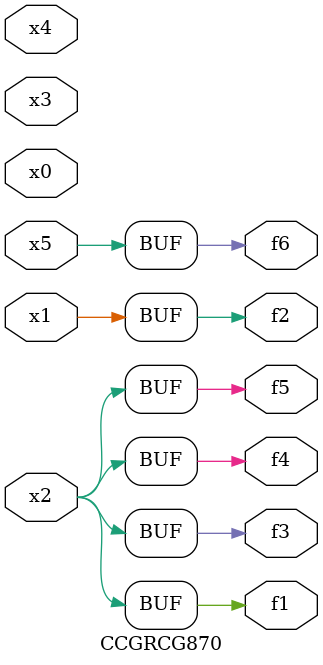
<source format=v>
module CCGRCG870(
	input x0, x1, x2, x3, x4, x5,
	output f1, f2, f3, f4, f5, f6
);
	assign f1 = x2;
	assign f2 = x1;
	assign f3 = x2;
	assign f4 = x2;
	assign f5 = x2;
	assign f6 = x5;
endmodule

</source>
